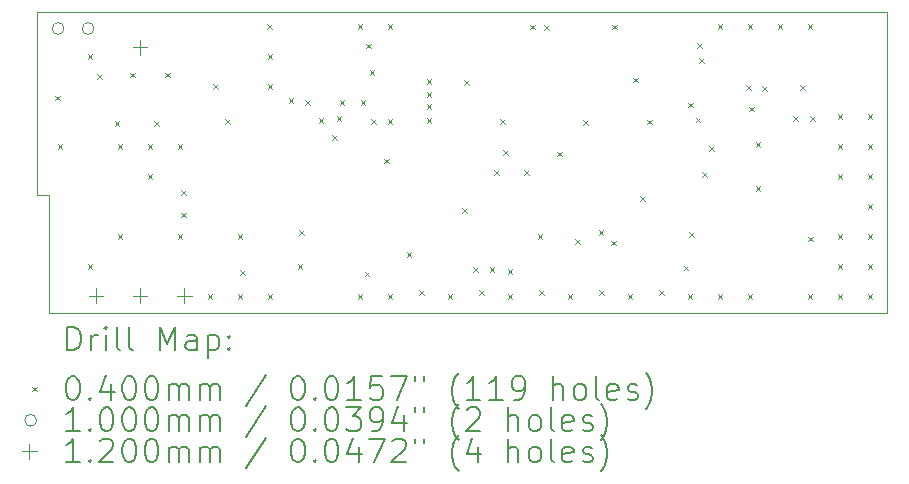
<source format=gbr>
%TF.GenerationSoftware,KiCad,Pcbnew,8.0.4*%
%TF.CreationDate,2024-09-18T13:26:58+01:00*%
%TF.ProjectId,BG95V4,42473935-5634-42e6-9b69-6361645f7063,rev?*%
%TF.SameCoordinates,Original*%
%TF.FileFunction,Drillmap*%
%TF.FilePolarity,Positive*%
%FSLAX45Y45*%
G04 Gerber Fmt 4.5, Leading zero omitted, Abs format (unit mm)*
G04 Created by KiCad (PCBNEW 8.0.4) date 2024-09-18 13:26:58*
%MOMM*%
%LPD*%
G01*
G04 APERTURE LIST*
%ADD10C,0.050000*%
%ADD11C,0.200000*%
%ADD12C,0.100000*%
%ADD13C,0.120000*%
G04 APERTURE END LIST*
D10*
X400000Y700000D02*
X400000Y-300000D01*
X7500000Y-300000D02*
X400000Y-300000D01*
X300000Y2250000D02*
X300000Y700000D01*
X7500000Y-300000D02*
X7500000Y2250000D01*
X300000Y700000D02*
X400000Y700000D01*
X7500000Y2250000D02*
X300000Y2250000D01*
D11*
D12*
X454980Y1541460D02*
X494980Y1501460D01*
X494980Y1541460D02*
X454980Y1501460D01*
X475300Y1134539D02*
X515300Y1094539D01*
X515300Y1134539D02*
X475300Y1094539D01*
X729300Y1896539D02*
X769300Y1856539D01*
X769300Y1896539D02*
X729300Y1856539D01*
X729300Y118539D02*
X769300Y78539D01*
X769300Y118539D02*
X729300Y78539D01*
X813120Y1724340D02*
X853120Y1684340D01*
X853120Y1724340D02*
X813120Y1684340D01*
X957900Y1325560D02*
X997900Y1285560D01*
X997900Y1325560D02*
X957900Y1285560D01*
X983300Y1134539D02*
X1023300Y1094539D01*
X1023300Y1134539D02*
X983300Y1094539D01*
X983300Y372539D02*
X1023300Y332539D01*
X1023300Y372539D02*
X983300Y332539D01*
X1089980Y1737040D02*
X1129980Y1697040D01*
X1129980Y1737040D02*
X1089980Y1697040D01*
X1237300Y1134539D02*
X1277300Y1094539D01*
X1277300Y1134539D02*
X1237300Y1094539D01*
X1237300Y880539D02*
X1277300Y840539D01*
X1277300Y880539D02*
X1237300Y840539D01*
X1290640Y1325560D02*
X1330640Y1285560D01*
X1330640Y1325560D02*
X1290640Y1285560D01*
X1384620Y1737040D02*
X1424620Y1697040D01*
X1424620Y1737040D02*
X1384620Y1697040D01*
X1491300Y1134539D02*
X1531300Y1094539D01*
X1531300Y1134539D02*
X1491300Y1094539D01*
X1491300Y372539D02*
X1531300Y332539D01*
X1531300Y372539D02*
X1491300Y332539D01*
X1519240Y743900D02*
X1559240Y703900D01*
X1559240Y743900D02*
X1519240Y703900D01*
X1521780Y550860D02*
X1561780Y510860D01*
X1561780Y550860D02*
X1521780Y510860D01*
X1745300Y-135461D02*
X1785300Y-175461D01*
X1785300Y-135461D02*
X1745300Y-175461D01*
X1793560Y1637980D02*
X1833560Y1597980D01*
X1833560Y1637980D02*
X1793560Y1597980D01*
X1892620Y1343340D02*
X1932620Y1303340D01*
X1932620Y1343340D02*
X1892620Y1303340D01*
X1999300Y372539D02*
X2039300Y332539D01*
X2039300Y372539D02*
X1999300Y332539D01*
X1999300Y-135461D02*
X2039300Y-175461D01*
X2039300Y-135461D02*
X1999300Y-175461D01*
X2020000Y67500D02*
X2060000Y27500D01*
X2060000Y67500D02*
X2020000Y27500D01*
X2250760Y2148520D02*
X2290760Y2108520D01*
X2290760Y2148520D02*
X2250760Y2108520D01*
X2253300Y1896539D02*
X2293300Y1856539D01*
X2293300Y1896539D02*
X2253300Y1856539D01*
X2253300Y1642539D02*
X2293300Y1602539D01*
X2293300Y1642539D02*
X2253300Y1602539D01*
X2253300Y-135461D02*
X2293300Y-175461D01*
X2293300Y-135461D02*
X2253300Y-175461D01*
X2431100Y1518600D02*
X2471100Y1478600D01*
X2471100Y1518600D02*
X2431100Y1478600D01*
X2507300Y118539D02*
X2547300Y78539D01*
X2547300Y118539D02*
X2507300Y78539D01*
X2520000Y401000D02*
X2560000Y361000D01*
X2560000Y401000D02*
X2520000Y361000D01*
X2570800Y1505900D02*
X2610800Y1465900D01*
X2610800Y1505900D02*
X2570800Y1465900D01*
X2685100Y1353500D02*
X2725100Y1313500D01*
X2725100Y1353500D02*
X2685100Y1313500D01*
X2800000Y1210000D02*
X2840000Y1170000D01*
X2840000Y1210000D02*
X2800000Y1170000D01*
X2837500Y1366200D02*
X2877500Y1326200D01*
X2877500Y1366200D02*
X2837500Y1326200D01*
X2862900Y1505900D02*
X2902900Y1465900D01*
X2902900Y1505900D02*
X2862900Y1465900D01*
X3015300Y2150539D02*
X3055300Y2110539D01*
X3055300Y2150539D02*
X3015300Y2110539D01*
X3015300Y-135461D02*
X3055300Y-175461D01*
X3055300Y-135461D02*
X3015300Y-175461D01*
X3040700Y1505900D02*
X3080700Y1465900D01*
X3080700Y1505900D02*
X3040700Y1465900D01*
X3076260Y53020D02*
X3116260Y13020D01*
X3116260Y53020D02*
X3076260Y13020D01*
X3088960Y1983420D02*
X3128960Y1943420D01*
X3128960Y1983420D02*
X3088960Y1943420D01*
X3116900Y1759900D02*
X3156900Y1719900D01*
X3156900Y1759900D02*
X3116900Y1719900D01*
X3129600Y1340800D02*
X3169600Y1300800D01*
X3169600Y1340800D02*
X3129600Y1300800D01*
X3238000Y1010000D02*
X3278000Y970000D01*
X3278000Y1010000D02*
X3238000Y970000D01*
X3269300Y2150539D02*
X3309300Y2110539D01*
X3309300Y2150539D02*
X3269300Y2110539D01*
X3269300Y1340800D02*
X3309300Y1300800D01*
X3309300Y1340800D02*
X3269300Y1300800D01*
X3269300Y-135461D02*
X3309300Y-175461D01*
X3309300Y-135461D02*
X3269300Y-175461D01*
X3431000Y216000D02*
X3471000Y176000D01*
X3471000Y216000D02*
X3431000Y176000D01*
X3536000Y-107000D02*
X3576000Y-147000D01*
X3576000Y-107000D02*
X3536000Y-147000D01*
X3599500Y1683700D02*
X3639500Y1643700D01*
X3639500Y1683700D02*
X3599500Y1643700D01*
X3599500Y1569400D02*
X3639500Y1529400D01*
X3639500Y1569400D02*
X3599500Y1529400D01*
X3599500Y1467800D02*
X3639500Y1427800D01*
X3639500Y1467800D02*
X3599500Y1427800D01*
X3599500Y1353500D02*
X3639500Y1313500D01*
X3639500Y1353500D02*
X3599500Y1313500D01*
X3777300Y-135461D02*
X3817300Y-175461D01*
X3817300Y-135461D02*
X3777300Y-175461D01*
X3900000Y590000D02*
X3940000Y550000D01*
X3940000Y590000D02*
X3900000Y550000D01*
X3917000Y1671000D02*
X3957000Y1631000D01*
X3957000Y1671000D02*
X3917000Y1631000D01*
X3993000Y92000D02*
X4033000Y52000D01*
X4033000Y92000D02*
X3993000Y52000D01*
X4044000Y-107000D02*
X4084000Y-147000D01*
X4084000Y-107000D02*
X4044000Y-147000D01*
X4134000Y91999D02*
X4174000Y51999D01*
X4174000Y91999D02*
X4134000Y51999D01*
X4171000Y909000D02*
X4211000Y869000D01*
X4211000Y909000D02*
X4171000Y869000D01*
X4220000Y1345000D02*
X4260000Y1305000D01*
X4260000Y1345000D02*
X4220000Y1305000D01*
X4247500Y1080000D02*
X4287500Y1040000D01*
X4287500Y1080000D02*
X4247500Y1040000D01*
X4285300Y-135461D02*
X4325300Y-175461D01*
X4325300Y-135461D02*
X4285300Y-175461D01*
X4287000Y73000D02*
X4327000Y33000D01*
X4327000Y73000D02*
X4287000Y33000D01*
X4425000Y909000D02*
X4465000Y869000D01*
X4465000Y909000D02*
X4425000Y869000D01*
X4478340Y2143440D02*
X4518340Y2103440D01*
X4518340Y2143440D02*
X4478340Y2103440D01*
X4539300Y372539D02*
X4579300Y332539D01*
X4579300Y372539D02*
X4539300Y332539D01*
X4552000Y-107000D02*
X4592000Y-147000D01*
X4592000Y-107000D02*
X4552000Y-147000D01*
X4595180Y2138360D02*
X4635180Y2098360D01*
X4635180Y2138360D02*
X4595180Y2098360D01*
X4703398Y1069102D02*
X4743398Y1029102D01*
X4743398Y1069102D02*
X4703398Y1029102D01*
X4793300Y-135461D02*
X4833300Y-175461D01*
X4833300Y-135461D02*
X4793300Y-175461D01*
X4856800Y324800D02*
X4896800Y284800D01*
X4896800Y324800D02*
X4856800Y284800D01*
X4923000Y1335000D02*
X4963000Y1295000D01*
X4963000Y1335000D02*
X4923000Y1295000D01*
X5057500Y405000D02*
X5097500Y365000D01*
X5097500Y405000D02*
X5057500Y365000D01*
X5060000Y-107000D02*
X5100000Y-147000D01*
X5100000Y-107000D02*
X5060000Y-147000D01*
X5160000Y315000D02*
X5200000Y275000D01*
X5200000Y315000D02*
X5160000Y275000D01*
X5171760Y2143440D02*
X5211760Y2103440D01*
X5211760Y2143440D02*
X5171760Y2103440D01*
X5301300Y-135461D02*
X5341300Y-175461D01*
X5341300Y-135461D02*
X5301300Y-175461D01*
X5349560Y1693860D02*
X5389560Y1653860D01*
X5389560Y1693860D02*
X5349560Y1653860D01*
X5405000Y694000D02*
X5445000Y654000D01*
X5445000Y694000D02*
X5405000Y654000D01*
X5468940Y1338260D02*
X5508940Y1298260D01*
X5508940Y1338260D02*
X5468940Y1298260D01*
X5568000Y-107000D02*
X5608000Y-147000D01*
X5608000Y-107000D02*
X5568000Y-147000D01*
X5776000Y103000D02*
X5816000Y63000D01*
X5816000Y103000D02*
X5776000Y63000D01*
X5809300Y-135461D02*
X5849300Y-175461D01*
X5849300Y-135461D02*
X5809300Y-175461D01*
X5815000Y1482500D02*
X5855000Y1442500D01*
X5855000Y1482500D02*
X5815000Y1442500D01*
X5823229Y384421D02*
X5863229Y344421D01*
X5863229Y384421D02*
X5823229Y344421D01*
X5877500Y1355000D02*
X5917500Y1315000D01*
X5917500Y1355000D02*
X5877500Y1315000D01*
X5892550Y1985960D02*
X5932550Y1945960D01*
X5932550Y1985960D02*
X5892550Y1945960D01*
X5908360Y1858960D02*
X5948360Y1818960D01*
X5948360Y1858960D02*
X5908360Y1818960D01*
X5931220Y896300D02*
X5971220Y856300D01*
X5971220Y896300D02*
X5931220Y856300D01*
X5994720Y1114740D02*
X6034720Y1074740D01*
X6034720Y1114740D02*
X5994720Y1074740D01*
X6063300Y2150539D02*
X6103300Y2110539D01*
X6103300Y2150539D02*
X6063300Y2110539D01*
X6063300Y-135461D02*
X6103300Y-175461D01*
X6103300Y-135461D02*
X6063300Y-175461D01*
X6307500Y1632500D02*
X6347500Y1592500D01*
X6347500Y1632500D02*
X6307500Y1592500D01*
X6317300Y2150539D02*
X6357300Y2110539D01*
X6357300Y2150539D02*
X6317300Y2110539D01*
X6317300Y-135461D02*
X6357300Y-175461D01*
X6357300Y-135461D02*
X6317300Y-175461D01*
X6332500Y1450000D02*
X6372500Y1410000D01*
X6372500Y1450000D02*
X6332500Y1410000D01*
X6385000Y1147500D02*
X6425000Y1107500D01*
X6425000Y1147500D02*
X6385000Y1107500D01*
X6385000Y775000D02*
X6425000Y735000D01*
X6425000Y775000D02*
X6385000Y735000D01*
X6442500Y1622500D02*
X6482500Y1582500D01*
X6482500Y1622500D02*
X6442500Y1582500D01*
X6571300Y2150539D02*
X6611300Y2110539D01*
X6611300Y2150539D02*
X6571300Y2110539D01*
X6705000Y1370000D02*
X6745000Y1330000D01*
X6745000Y1370000D02*
X6705000Y1330000D01*
X6762500Y1630000D02*
X6802500Y1590000D01*
X6802500Y1630000D02*
X6762500Y1590000D01*
X6825300Y2150539D02*
X6865300Y2110539D01*
X6865300Y2150539D02*
X6825300Y2110539D01*
X6825300Y-135461D02*
X6865300Y-175461D01*
X6865300Y-135461D02*
X6825300Y-175461D01*
X6830000Y347500D02*
X6870000Y307500D01*
X6870000Y347500D02*
X6830000Y307500D01*
X6847500Y1370000D02*
X6887500Y1330000D01*
X6887500Y1370000D02*
X6847500Y1330000D01*
X7079300Y1388539D02*
X7119300Y1348539D01*
X7119300Y1388539D02*
X7079300Y1348539D01*
X7079300Y1134539D02*
X7119300Y1094539D01*
X7119300Y1134539D02*
X7079300Y1094539D01*
X7079300Y880539D02*
X7119300Y840539D01*
X7119300Y880539D02*
X7079300Y840539D01*
X7079300Y372539D02*
X7119300Y332539D01*
X7119300Y372539D02*
X7079300Y332539D01*
X7079300Y118539D02*
X7119300Y78539D01*
X7119300Y118539D02*
X7079300Y78539D01*
X7079300Y-135461D02*
X7119300Y-175461D01*
X7119300Y-135461D02*
X7079300Y-175461D01*
X7333300Y1388539D02*
X7373300Y1348539D01*
X7373300Y1388539D02*
X7333300Y1348539D01*
X7333300Y1134539D02*
X7373300Y1094539D01*
X7373300Y1134539D02*
X7333300Y1094539D01*
X7333300Y880539D02*
X7373300Y840539D01*
X7373300Y880539D02*
X7333300Y840539D01*
X7333300Y626539D02*
X7373300Y586539D01*
X7373300Y626539D02*
X7333300Y586539D01*
X7333300Y372539D02*
X7373300Y332539D01*
X7373300Y372539D02*
X7333300Y332539D01*
X7333300Y118539D02*
X7373300Y78539D01*
X7373300Y118539D02*
X7333300Y78539D01*
X7333300Y-135461D02*
X7373300Y-175461D01*
X7373300Y-135461D02*
X7333300Y-175461D01*
X530000Y2110000D02*
G75*
G02*
X430000Y2110000I-50000J0D01*
G01*
X430000Y2110000D02*
G75*
G02*
X530000Y2110000I50000J0D01*
G01*
X784000Y2110000D02*
G75*
G02*
X684000Y2110000I-50000J0D01*
G01*
X684000Y2110000D02*
G75*
G02*
X784000Y2110000I50000J0D01*
G01*
D13*
X800000Y-90000D02*
X800000Y-210000D01*
X740000Y-150000D02*
X860000Y-150000D01*
X1175000Y2010000D02*
X1175000Y1890000D01*
X1115000Y1950000D02*
X1235000Y1950000D01*
X1175000Y-90000D02*
X1175000Y-210000D01*
X1115000Y-150000D02*
X1235000Y-150000D01*
X1550000Y-90000D02*
X1550000Y-210000D01*
X1490000Y-150000D02*
X1610000Y-150000D01*
D11*
X558277Y-613984D02*
X558277Y-413984D01*
X558277Y-413984D02*
X605896Y-413984D01*
X605896Y-413984D02*
X634467Y-423508D01*
X634467Y-423508D02*
X653515Y-442555D01*
X653515Y-442555D02*
X663039Y-461603D01*
X663039Y-461603D02*
X672563Y-499698D01*
X672563Y-499698D02*
X672563Y-528270D01*
X672563Y-528270D02*
X663039Y-566365D01*
X663039Y-566365D02*
X653515Y-585412D01*
X653515Y-585412D02*
X634467Y-604460D01*
X634467Y-604460D02*
X605896Y-613984D01*
X605896Y-613984D02*
X558277Y-613984D01*
X758277Y-613984D02*
X758277Y-480650D01*
X758277Y-518746D02*
X767801Y-499698D01*
X767801Y-499698D02*
X777324Y-490174D01*
X777324Y-490174D02*
X796372Y-480650D01*
X796372Y-480650D02*
X815420Y-480650D01*
X882086Y-613984D02*
X882086Y-480650D01*
X882086Y-413984D02*
X872562Y-423508D01*
X872562Y-423508D02*
X882086Y-433031D01*
X882086Y-433031D02*
X891610Y-423508D01*
X891610Y-423508D02*
X882086Y-413984D01*
X882086Y-413984D02*
X882086Y-433031D01*
X1005896Y-613984D02*
X986848Y-604460D01*
X986848Y-604460D02*
X977324Y-585412D01*
X977324Y-585412D02*
X977324Y-413984D01*
X1110658Y-613984D02*
X1091610Y-604460D01*
X1091610Y-604460D02*
X1082086Y-585412D01*
X1082086Y-585412D02*
X1082086Y-413984D01*
X1339229Y-613984D02*
X1339229Y-413984D01*
X1339229Y-413984D02*
X1405896Y-556841D01*
X1405896Y-556841D02*
X1472562Y-413984D01*
X1472562Y-413984D02*
X1472562Y-613984D01*
X1653515Y-613984D02*
X1653515Y-509222D01*
X1653515Y-509222D02*
X1643991Y-490174D01*
X1643991Y-490174D02*
X1624943Y-480650D01*
X1624943Y-480650D02*
X1586848Y-480650D01*
X1586848Y-480650D02*
X1567801Y-490174D01*
X1653515Y-604460D02*
X1634467Y-613984D01*
X1634467Y-613984D02*
X1586848Y-613984D01*
X1586848Y-613984D02*
X1567801Y-604460D01*
X1567801Y-604460D02*
X1558277Y-585412D01*
X1558277Y-585412D02*
X1558277Y-566365D01*
X1558277Y-566365D02*
X1567801Y-547317D01*
X1567801Y-547317D02*
X1586848Y-537793D01*
X1586848Y-537793D02*
X1634467Y-537793D01*
X1634467Y-537793D02*
X1653515Y-528270D01*
X1748753Y-480650D02*
X1748753Y-680650D01*
X1748753Y-490174D02*
X1767801Y-480650D01*
X1767801Y-480650D02*
X1805896Y-480650D01*
X1805896Y-480650D02*
X1824943Y-490174D01*
X1824943Y-490174D02*
X1834467Y-499698D01*
X1834467Y-499698D02*
X1843991Y-518746D01*
X1843991Y-518746D02*
X1843991Y-575889D01*
X1843991Y-575889D02*
X1834467Y-594936D01*
X1834467Y-594936D02*
X1824943Y-604460D01*
X1824943Y-604460D02*
X1805896Y-613984D01*
X1805896Y-613984D02*
X1767801Y-613984D01*
X1767801Y-613984D02*
X1748753Y-604460D01*
X1929705Y-594936D02*
X1939229Y-604460D01*
X1939229Y-604460D02*
X1929705Y-613984D01*
X1929705Y-613984D02*
X1920182Y-604460D01*
X1920182Y-604460D02*
X1929705Y-594936D01*
X1929705Y-594936D02*
X1929705Y-613984D01*
X1929705Y-490174D02*
X1939229Y-499698D01*
X1939229Y-499698D02*
X1929705Y-509222D01*
X1929705Y-509222D02*
X1920182Y-499698D01*
X1920182Y-499698D02*
X1929705Y-490174D01*
X1929705Y-490174D02*
X1929705Y-509222D01*
D12*
X257500Y-922500D02*
X297500Y-962500D01*
X297500Y-922500D02*
X257500Y-962500D01*
D11*
X596372Y-833984D02*
X615420Y-833984D01*
X615420Y-833984D02*
X634467Y-843508D01*
X634467Y-843508D02*
X643991Y-853031D01*
X643991Y-853031D02*
X653515Y-872079D01*
X653515Y-872079D02*
X663039Y-910174D01*
X663039Y-910174D02*
X663039Y-957793D01*
X663039Y-957793D02*
X653515Y-995888D01*
X653515Y-995888D02*
X643991Y-1014936D01*
X643991Y-1014936D02*
X634467Y-1024460D01*
X634467Y-1024460D02*
X615420Y-1033984D01*
X615420Y-1033984D02*
X596372Y-1033984D01*
X596372Y-1033984D02*
X577324Y-1024460D01*
X577324Y-1024460D02*
X567801Y-1014936D01*
X567801Y-1014936D02*
X558277Y-995888D01*
X558277Y-995888D02*
X548753Y-957793D01*
X548753Y-957793D02*
X548753Y-910174D01*
X548753Y-910174D02*
X558277Y-872079D01*
X558277Y-872079D02*
X567801Y-853031D01*
X567801Y-853031D02*
X577324Y-843508D01*
X577324Y-843508D02*
X596372Y-833984D01*
X748753Y-1014936D02*
X758277Y-1024460D01*
X758277Y-1024460D02*
X748753Y-1033984D01*
X748753Y-1033984D02*
X739229Y-1024460D01*
X739229Y-1024460D02*
X748753Y-1014936D01*
X748753Y-1014936D02*
X748753Y-1033984D01*
X929705Y-900650D02*
X929705Y-1033984D01*
X882086Y-824460D02*
X834467Y-967317D01*
X834467Y-967317D02*
X958277Y-967317D01*
X1072563Y-833984D02*
X1091610Y-833984D01*
X1091610Y-833984D02*
X1110658Y-843508D01*
X1110658Y-843508D02*
X1120182Y-853031D01*
X1120182Y-853031D02*
X1129705Y-872079D01*
X1129705Y-872079D02*
X1139229Y-910174D01*
X1139229Y-910174D02*
X1139229Y-957793D01*
X1139229Y-957793D02*
X1129705Y-995888D01*
X1129705Y-995888D02*
X1120182Y-1014936D01*
X1120182Y-1014936D02*
X1110658Y-1024460D01*
X1110658Y-1024460D02*
X1091610Y-1033984D01*
X1091610Y-1033984D02*
X1072563Y-1033984D01*
X1072563Y-1033984D02*
X1053515Y-1024460D01*
X1053515Y-1024460D02*
X1043991Y-1014936D01*
X1043991Y-1014936D02*
X1034467Y-995888D01*
X1034467Y-995888D02*
X1024943Y-957793D01*
X1024943Y-957793D02*
X1024943Y-910174D01*
X1024943Y-910174D02*
X1034467Y-872079D01*
X1034467Y-872079D02*
X1043991Y-853031D01*
X1043991Y-853031D02*
X1053515Y-843508D01*
X1053515Y-843508D02*
X1072563Y-833984D01*
X1263039Y-833984D02*
X1282086Y-833984D01*
X1282086Y-833984D02*
X1301134Y-843508D01*
X1301134Y-843508D02*
X1310658Y-853031D01*
X1310658Y-853031D02*
X1320182Y-872079D01*
X1320182Y-872079D02*
X1329705Y-910174D01*
X1329705Y-910174D02*
X1329705Y-957793D01*
X1329705Y-957793D02*
X1320182Y-995888D01*
X1320182Y-995888D02*
X1310658Y-1014936D01*
X1310658Y-1014936D02*
X1301134Y-1024460D01*
X1301134Y-1024460D02*
X1282086Y-1033984D01*
X1282086Y-1033984D02*
X1263039Y-1033984D01*
X1263039Y-1033984D02*
X1243991Y-1024460D01*
X1243991Y-1024460D02*
X1234467Y-1014936D01*
X1234467Y-1014936D02*
X1224944Y-995888D01*
X1224944Y-995888D02*
X1215420Y-957793D01*
X1215420Y-957793D02*
X1215420Y-910174D01*
X1215420Y-910174D02*
X1224944Y-872079D01*
X1224944Y-872079D02*
X1234467Y-853031D01*
X1234467Y-853031D02*
X1243991Y-843508D01*
X1243991Y-843508D02*
X1263039Y-833984D01*
X1415420Y-1033984D02*
X1415420Y-900650D01*
X1415420Y-919698D02*
X1424943Y-910174D01*
X1424943Y-910174D02*
X1443991Y-900650D01*
X1443991Y-900650D02*
X1472563Y-900650D01*
X1472563Y-900650D02*
X1491610Y-910174D01*
X1491610Y-910174D02*
X1501134Y-929222D01*
X1501134Y-929222D02*
X1501134Y-1033984D01*
X1501134Y-929222D02*
X1510658Y-910174D01*
X1510658Y-910174D02*
X1529705Y-900650D01*
X1529705Y-900650D02*
X1558277Y-900650D01*
X1558277Y-900650D02*
X1577324Y-910174D01*
X1577324Y-910174D02*
X1586848Y-929222D01*
X1586848Y-929222D02*
X1586848Y-1033984D01*
X1682086Y-1033984D02*
X1682086Y-900650D01*
X1682086Y-919698D02*
X1691610Y-910174D01*
X1691610Y-910174D02*
X1710658Y-900650D01*
X1710658Y-900650D02*
X1739229Y-900650D01*
X1739229Y-900650D02*
X1758277Y-910174D01*
X1758277Y-910174D02*
X1767801Y-929222D01*
X1767801Y-929222D02*
X1767801Y-1033984D01*
X1767801Y-929222D02*
X1777324Y-910174D01*
X1777324Y-910174D02*
X1796372Y-900650D01*
X1796372Y-900650D02*
X1824943Y-900650D01*
X1824943Y-900650D02*
X1843991Y-910174D01*
X1843991Y-910174D02*
X1853515Y-929222D01*
X1853515Y-929222D02*
X1853515Y-1033984D01*
X2243991Y-824460D02*
X2072563Y-1081603D01*
X2501134Y-833984D02*
X2520182Y-833984D01*
X2520182Y-833984D02*
X2539229Y-843508D01*
X2539229Y-843508D02*
X2548753Y-853031D01*
X2548753Y-853031D02*
X2558277Y-872079D01*
X2558277Y-872079D02*
X2567801Y-910174D01*
X2567801Y-910174D02*
X2567801Y-957793D01*
X2567801Y-957793D02*
X2558277Y-995888D01*
X2558277Y-995888D02*
X2548753Y-1014936D01*
X2548753Y-1014936D02*
X2539229Y-1024460D01*
X2539229Y-1024460D02*
X2520182Y-1033984D01*
X2520182Y-1033984D02*
X2501134Y-1033984D01*
X2501134Y-1033984D02*
X2482087Y-1024460D01*
X2482087Y-1024460D02*
X2472563Y-1014936D01*
X2472563Y-1014936D02*
X2463039Y-995888D01*
X2463039Y-995888D02*
X2453515Y-957793D01*
X2453515Y-957793D02*
X2453515Y-910174D01*
X2453515Y-910174D02*
X2463039Y-872079D01*
X2463039Y-872079D02*
X2472563Y-853031D01*
X2472563Y-853031D02*
X2482087Y-843508D01*
X2482087Y-843508D02*
X2501134Y-833984D01*
X2653515Y-1014936D02*
X2663039Y-1024460D01*
X2663039Y-1024460D02*
X2653515Y-1033984D01*
X2653515Y-1033984D02*
X2643991Y-1024460D01*
X2643991Y-1024460D02*
X2653515Y-1014936D01*
X2653515Y-1014936D02*
X2653515Y-1033984D01*
X2786848Y-833984D02*
X2805896Y-833984D01*
X2805896Y-833984D02*
X2824944Y-843508D01*
X2824944Y-843508D02*
X2834467Y-853031D01*
X2834467Y-853031D02*
X2843991Y-872079D01*
X2843991Y-872079D02*
X2853515Y-910174D01*
X2853515Y-910174D02*
X2853515Y-957793D01*
X2853515Y-957793D02*
X2843991Y-995888D01*
X2843991Y-995888D02*
X2834467Y-1014936D01*
X2834467Y-1014936D02*
X2824944Y-1024460D01*
X2824944Y-1024460D02*
X2805896Y-1033984D01*
X2805896Y-1033984D02*
X2786848Y-1033984D01*
X2786848Y-1033984D02*
X2767801Y-1024460D01*
X2767801Y-1024460D02*
X2758277Y-1014936D01*
X2758277Y-1014936D02*
X2748753Y-995888D01*
X2748753Y-995888D02*
X2739229Y-957793D01*
X2739229Y-957793D02*
X2739229Y-910174D01*
X2739229Y-910174D02*
X2748753Y-872079D01*
X2748753Y-872079D02*
X2758277Y-853031D01*
X2758277Y-853031D02*
X2767801Y-843508D01*
X2767801Y-843508D02*
X2786848Y-833984D01*
X3043991Y-1033984D02*
X2929706Y-1033984D01*
X2986848Y-1033984D02*
X2986848Y-833984D01*
X2986848Y-833984D02*
X2967801Y-862555D01*
X2967801Y-862555D02*
X2948753Y-881603D01*
X2948753Y-881603D02*
X2929706Y-891127D01*
X3224944Y-833984D02*
X3129706Y-833984D01*
X3129706Y-833984D02*
X3120182Y-929222D01*
X3120182Y-929222D02*
X3129706Y-919698D01*
X3129706Y-919698D02*
X3148753Y-910174D01*
X3148753Y-910174D02*
X3196372Y-910174D01*
X3196372Y-910174D02*
X3215420Y-919698D01*
X3215420Y-919698D02*
X3224944Y-929222D01*
X3224944Y-929222D02*
X3234467Y-948269D01*
X3234467Y-948269D02*
X3234467Y-995888D01*
X3234467Y-995888D02*
X3224944Y-1014936D01*
X3224944Y-1014936D02*
X3215420Y-1024460D01*
X3215420Y-1024460D02*
X3196372Y-1033984D01*
X3196372Y-1033984D02*
X3148753Y-1033984D01*
X3148753Y-1033984D02*
X3129706Y-1024460D01*
X3129706Y-1024460D02*
X3120182Y-1014936D01*
X3301134Y-833984D02*
X3434467Y-833984D01*
X3434467Y-833984D02*
X3348753Y-1033984D01*
X3501134Y-833984D02*
X3501134Y-872079D01*
X3577325Y-833984D02*
X3577325Y-872079D01*
X3872563Y-1110174D02*
X3863039Y-1100650D01*
X3863039Y-1100650D02*
X3843991Y-1072079D01*
X3843991Y-1072079D02*
X3834468Y-1053031D01*
X3834468Y-1053031D02*
X3824944Y-1024460D01*
X3824944Y-1024460D02*
X3815420Y-976841D01*
X3815420Y-976841D02*
X3815420Y-938746D01*
X3815420Y-938746D02*
X3824944Y-891127D01*
X3824944Y-891127D02*
X3834468Y-862555D01*
X3834468Y-862555D02*
X3843991Y-843508D01*
X3843991Y-843508D02*
X3863039Y-814936D01*
X3863039Y-814936D02*
X3872563Y-805412D01*
X4053515Y-1033984D02*
X3939229Y-1033984D01*
X3996372Y-1033984D02*
X3996372Y-833984D01*
X3996372Y-833984D02*
X3977325Y-862555D01*
X3977325Y-862555D02*
X3958277Y-881603D01*
X3958277Y-881603D02*
X3939229Y-891127D01*
X4243991Y-1033984D02*
X4129706Y-1033984D01*
X4186848Y-1033984D02*
X4186848Y-833984D01*
X4186848Y-833984D02*
X4167801Y-862555D01*
X4167801Y-862555D02*
X4148753Y-881603D01*
X4148753Y-881603D02*
X4129706Y-891127D01*
X4339230Y-1033984D02*
X4377325Y-1033984D01*
X4377325Y-1033984D02*
X4396372Y-1024460D01*
X4396372Y-1024460D02*
X4405896Y-1014936D01*
X4405896Y-1014936D02*
X4424944Y-986365D01*
X4424944Y-986365D02*
X4434468Y-948269D01*
X4434468Y-948269D02*
X4434468Y-872079D01*
X4434468Y-872079D02*
X4424944Y-853031D01*
X4424944Y-853031D02*
X4415420Y-843508D01*
X4415420Y-843508D02*
X4396372Y-833984D01*
X4396372Y-833984D02*
X4358277Y-833984D01*
X4358277Y-833984D02*
X4339230Y-843508D01*
X4339230Y-843508D02*
X4329706Y-853031D01*
X4329706Y-853031D02*
X4320182Y-872079D01*
X4320182Y-872079D02*
X4320182Y-919698D01*
X4320182Y-919698D02*
X4329706Y-938746D01*
X4329706Y-938746D02*
X4339230Y-948269D01*
X4339230Y-948269D02*
X4358277Y-957793D01*
X4358277Y-957793D02*
X4396372Y-957793D01*
X4396372Y-957793D02*
X4415420Y-948269D01*
X4415420Y-948269D02*
X4424944Y-938746D01*
X4424944Y-938746D02*
X4434468Y-919698D01*
X4672563Y-1033984D02*
X4672563Y-833984D01*
X4758277Y-1033984D02*
X4758277Y-929222D01*
X4758277Y-929222D02*
X4748753Y-910174D01*
X4748753Y-910174D02*
X4729706Y-900650D01*
X4729706Y-900650D02*
X4701134Y-900650D01*
X4701134Y-900650D02*
X4682087Y-910174D01*
X4682087Y-910174D02*
X4672563Y-919698D01*
X4882087Y-1033984D02*
X4863039Y-1024460D01*
X4863039Y-1024460D02*
X4853515Y-1014936D01*
X4853515Y-1014936D02*
X4843992Y-995888D01*
X4843992Y-995888D02*
X4843992Y-938746D01*
X4843992Y-938746D02*
X4853515Y-919698D01*
X4853515Y-919698D02*
X4863039Y-910174D01*
X4863039Y-910174D02*
X4882087Y-900650D01*
X4882087Y-900650D02*
X4910658Y-900650D01*
X4910658Y-900650D02*
X4929706Y-910174D01*
X4929706Y-910174D02*
X4939230Y-919698D01*
X4939230Y-919698D02*
X4948753Y-938746D01*
X4948753Y-938746D02*
X4948753Y-995888D01*
X4948753Y-995888D02*
X4939230Y-1014936D01*
X4939230Y-1014936D02*
X4929706Y-1024460D01*
X4929706Y-1024460D02*
X4910658Y-1033984D01*
X4910658Y-1033984D02*
X4882087Y-1033984D01*
X5063039Y-1033984D02*
X5043992Y-1024460D01*
X5043992Y-1024460D02*
X5034468Y-1005412D01*
X5034468Y-1005412D02*
X5034468Y-833984D01*
X5215420Y-1024460D02*
X5196373Y-1033984D01*
X5196373Y-1033984D02*
X5158277Y-1033984D01*
X5158277Y-1033984D02*
X5139230Y-1024460D01*
X5139230Y-1024460D02*
X5129706Y-1005412D01*
X5129706Y-1005412D02*
X5129706Y-929222D01*
X5129706Y-929222D02*
X5139230Y-910174D01*
X5139230Y-910174D02*
X5158277Y-900650D01*
X5158277Y-900650D02*
X5196373Y-900650D01*
X5196373Y-900650D02*
X5215420Y-910174D01*
X5215420Y-910174D02*
X5224944Y-929222D01*
X5224944Y-929222D02*
X5224944Y-948269D01*
X5224944Y-948269D02*
X5129706Y-967317D01*
X5301134Y-1024460D02*
X5320182Y-1033984D01*
X5320182Y-1033984D02*
X5358277Y-1033984D01*
X5358277Y-1033984D02*
X5377325Y-1024460D01*
X5377325Y-1024460D02*
X5386849Y-1005412D01*
X5386849Y-1005412D02*
X5386849Y-995888D01*
X5386849Y-995888D02*
X5377325Y-976841D01*
X5377325Y-976841D02*
X5358277Y-967317D01*
X5358277Y-967317D02*
X5329706Y-967317D01*
X5329706Y-967317D02*
X5310658Y-957793D01*
X5310658Y-957793D02*
X5301134Y-938746D01*
X5301134Y-938746D02*
X5301134Y-929222D01*
X5301134Y-929222D02*
X5310658Y-910174D01*
X5310658Y-910174D02*
X5329706Y-900650D01*
X5329706Y-900650D02*
X5358277Y-900650D01*
X5358277Y-900650D02*
X5377325Y-910174D01*
X5453515Y-1110174D02*
X5463039Y-1100650D01*
X5463039Y-1100650D02*
X5482087Y-1072079D01*
X5482087Y-1072079D02*
X5491611Y-1053031D01*
X5491611Y-1053031D02*
X5501134Y-1024460D01*
X5501134Y-1024460D02*
X5510658Y-976841D01*
X5510658Y-976841D02*
X5510658Y-938746D01*
X5510658Y-938746D02*
X5501134Y-891127D01*
X5501134Y-891127D02*
X5491611Y-862555D01*
X5491611Y-862555D02*
X5482087Y-843508D01*
X5482087Y-843508D02*
X5463039Y-814936D01*
X5463039Y-814936D02*
X5453515Y-805412D01*
D12*
X297500Y-1206500D02*
G75*
G02*
X197500Y-1206500I-50000J0D01*
G01*
X197500Y-1206500D02*
G75*
G02*
X297500Y-1206500I50000J0D01*
G01*
D11*
X663039Y-1297984D02*
X548753Y-1297984D01*
X605896Y-1297984D02*
X605896Y-1097984D01*
X605896Y-1097984D02*
X586848Y-1126555D01*
X586848Y-1126555D02*
X567801Y-1145603D01*
X567801Y-1145603D02*
X548753Y-1155127D01*
X748753Y-1278936D02*
X758277Y-1288460D01*
X758277Y-1288460D02*
X748753Y-1297984D01*
X748753Y-1297984D02*
X739229Y-1288460D01*
X739229Y-1288460D02*
X748753Y-1278936D01*
X748753Y-1278936D02*
X748753Y-1297984D01*
X882086Y-1097984D02*
X901134Y-1097984D01*
X901134Y-1097984D02*
X920182Y-1107508D01*
X920182Y-1107508D02*
X929705Y-1117031D01*
X929705Y-1117031D02*
X939229Y-1136079D01*
X939229Y-1136079D02*
X948753Y-1174174D01*
X948753Y-1174174D02*
X948753Y-1221793D01*
X948753Y-1221793D02*
X939229Y-1259889D01*
X939229Y-1259889D02*
X929705Y-1278936D01*
X929705Y-1278936D02*
X920182Y-1288460D01*
X920182Y-1288460D02*
X901134Y-1297984D01*
X901134Y-1297984D02*
X882086Y-1297984D01*
X882086Y-1297984D02*
X863039Y-1288460D01*
X863039Y-1288460D02*
X853515Y-1278936D01*
X853515Y-1278936D02*
X843991Y-1259889D01*
X843991Y-1259889D02*
X834467Y-1221793D01*
X834467Y-1221793D02*
X834467Y-1174174D01*
X834467Y-1174174D02*
X843991Y-1136079D01*
X843991Y-1136079D02*
X853515Y-1117031D01*
X853515Y-1117031D02*
X863039Y-1107508D01*
X863039Y-1107508D02*
X882086Y-1097984D01*
X1072563Y-1097984D02*
X1091610Y-1097984D01*
X1091610Y-1097984D02*
X1110658Y-1107508D01*
X1110658Y-1107508D02*
X1120182Y-1117031D01*
X1120182Y-1117031D02*
X1129705Y-1136079D01*
X1129705Y-1136079D02*
X1139229Y-1174174D01*
X1139229Y-1174174D02*
X1139229Y-1221793D01*
X1139229Y-1221793D02*
X1129705Y-1259889D01*
X1129705Y-1259889D02*
X1120182Y-1278936D01*
X1120182Y-1278936D02*
X1110658Y-1288460D01*
X1110658Y-1288460D02*
X1091610Y-1297984D01*
X1091610Y-1297984D02*
X1072563Y-1297984D01*
X1072563Y-1297984D02*
X1053515Y-1288460D01*
X1053515Y-1288460D02*
X1043991Y-1278936D01*
X1043991Y-1278936D02*
X1034467Y-1259889D01*
X1034467Y-1259889D02*
X1024943Y-1221793D01*
X1024943Y-1221793D02*
X1024943Y-1174174D01*
X1024943Y-1174174D02*
X1034467Y-1136079D01*
X1034467Y-1136079D02*
X1043991Y-1117031D01*
X1043991Y-1117031D02*
X1053515Y-1107508D01*
X1053515Y-1107508D02*
X1072563Y-1097984D01*
X1263039Y-1097984D02*
X1282086Y-1097984D01*
X1282086Y-1097984D02*
X1301134Y-1107508D01*
X1301134Y-1107508D02*
X1310658Y-1117031D01*
X1310658Y-1117031D02*
X1320182Y-1136079D01*
X1320182Y-1136079D02*
X1329705Y-1174174D01*
X1329705Y-1174174D02*
X1329705Y-1221793D01*
X1329705Y-1221793D02*
X1320182Y-1259889D01*
X1320182Y-1259889D02*
X1310658Y-1278936D01*
X1310658Y-1278936D02*
X1301134Y-1288460D01*
X1301134Y-1288460D02*
X1282086Y-1297984D01*
X1282086Y-1297984D02*
X1263039Y-1297984D01*
X1263039Y-1297984D02*
X1243991Y-1288460D01*
X1243991Y-1288460D02*
X1234467Y-1278936D01*
X1234467Y-1278936D02*
X1224944Y-1259889D01*
X1224944Y-1259889D02*
X1215420Y-1221793D01*
X1215420Y-1221793D02*
X1215420Y-1174174D01*
X1215420Y-1174174D02*
X1224944Y-1136079D01*
X1224944Y-1136079D02*
X1234467Y-1117031D01*
X1234467Y-1117031D02*
X1243991Y-1107508D01*
X1243991Y-1107508D02*
X1263039Y-1097984D01*
X1415420Y-1297984D02*
X1415420Y-1164650D01*
X1415420Y-1183698D02*
X1424943Y-1174174D01*
X1424943Y-1174174D02*
X1443991Y-1164650D01*
X1443991Y-1164650D02*
X1472563Y-1164650D01*
X1472563Y-1164650D02*
X1491610Y-1174174D01*
X1491610Y-1174174D02*
X1501134Y-1193222D01*
X1501134Y-1193222D02*
X1501134Y-1297984D01*
X1501134Y-1193222D02*
X1510658Y-1174174D01*
X1510658Y-1174174D02*
X1529705Y-1164650D01*
X1529705Y-1164650D02*
X1558277Y-1164650D01*
X1558277Y-1164650D02*
X1577324Y-1174174D01*
X1577324Y-1174174D02*
X1586848Y-1193222D01*
X1586848Y-1193222D02*
X1586848Y-1297984D01*
X1682086Y-1297984D02*
X1682086Y-1164650D01*
X1682086Y-1183698D02*
X1691610Y-1174174D01*
X1691610Y-1174174D02*
X1710658Y-1164650D01*
X1710658Y-1164650D02*
X1739229Y-1164650D01*
X1739229Y-1164650D02*
X1758277Y-1174174D01*
X1758277Y-1174174D02*
X1767801Y-1193222D01*
X1767801Y-1193222D02*
X1767801Y-1297984D01*
X1767801Y-1193222D02*
X1777324Y-1174174D01*
X1777324Y-1174174D02*
X1796372Y-1164650D01*
X1796372Y-1164650D02*
X1824943Y-1164650D01*
X1824943Y-1164650D02*
X1843991Y-1174174D01*
X1843991Y-1174174D02*
X1853515Y-1193222D01*
X1853515Y-1193222D02*
X1853515Y-1297984D01*
X2243991Y-1088460D02*
X2072563Y-1345603D01*
X2501134Y-1097984D02*
X2520182Y-1097984D01*
X2520182Y-1097984D02*
X2539229Y-1107508D01*
X2539229Y-1107508D02*
X2548753Y-1117031D01*
X2548753Y-1117031D02*
X2558277Y-1136079D01*
X2558277Y-1136079D02*
X2567801Y-1174174D01*
X2567801Y-1174174D02*
X2567801Y-1221793D01*
X2567801Y-1221793D02*
X2558277Y-1259889D01*
X2558277Y-1259889D02*
X2548753Y-1278936D01*
X2548753Y-1278936D02*
X2539229Y-1288460D01*
X2539229Y-1288460D02*
X2520182Y-1297984D01*
X2520182Y-1297984D02*
X2501134Y-1297984D01*
X2501134Y-1297984D02*
X2482087Y-1288460D01*
X2482087Y-1288460D02*
X2472563Y-1278936D01*
X2472563Y-1278936D02*
X2463039Y-1259889D01*
X2463039Y-1259889D02*
X2453515Y-1221793D01*
X2453515Y-1221793D02*
X2453515Y-1174174D01*
X2453515Y-1174174D02*
X2463039Y-1136079D01*
X2463039Y-1136079D02*
X2472563Y-1117031D01*
X2472563Y-1117031D02*
X2482087Y-1107508D01*
X2482087Y-1107508D02*
X2501134Y-1097984D01*
X2653515Y-1278936D02*
X2663039Y-1288460D01*
X2663039Y-1288460D02*
X2653515Y-1297984D01*
X2653515Y-1297984D02*
X2643991Y-1288460D01*
X2643991Y-1288460D02*
X2653515Y-1278936D01*
X2653515Y-1278936D02*
X2653515Y-1297984D01*
X2786848Y-1097984D02*
X2805896Y-1097984D01*
X2805896Y-1097984D02*
X2824944Y-1107508D01*
X2824944Y-1107508D02*
X2834467Y-1117031D01*
X2834467Y-1117031D02*
X2843991Y-1136079D01*
X2843991Y-1136079D02*
X2853515Y-1174174D01*
X2853515Y-1174174D02*
X2853515Y-1221793D01*
X2853515Y-1221793D02*
X2843991Y-1259889D01*
X2843991Y-1259889D02*
X2834467Y-1278936D01*
X2834467Y-1278936D02*
X2824944Y-1288460D01*
X2824944Y-1288460D02*
X2805896Y-1297984D01*
X2805896Y-1297984D02*
X2786848Y-1297984D01*
X2786848Y-1297984D02*
X2767801Y-1288460D01*
X2767801Y-1288460D02*
X2758277Y-1278936D01*
X2758277Y-1278936D02*
X2748753Y-1259889D01*
X2748753Y-1259889D02*
X2739229Y-1221793D01*
X2739229Y-1221793D02*
X2739229Y-1174174D01*
X2739229Y-1174174D02*
X2748753Y-1136079D01*
X2748753Y-1136079D02*
X2758277Y-1117031D01*
X2758277Y-1117031D02*
X2767801Y-1107508D01*
X2767801Y-1107508D02*
X2786848Y-1097984D01*
X2920182Y-1097984D02*
X3043991Y-1097984D01*
X3043991Y-1097984D02*
X2977325Y-1174174D01*
X2977325Y-1174174D02*
X3005896Y-1174174D01*
X3005896Y-1174174D02*
X3024944Y-1183698D01*
X3024944Y-1183698D02*
X3034467Y-1193222D01*
X3034467Y-1193222D02*
X3043991Y-1212270D01*
X3043991Y-1212270D02*
X3043991Y-1259889D01*
X3043991Y-1259889D02*
X3034467Y-1278936D01*
X3034467Y-1278936D02*
X3024944Y-1288460D01*
X3024944Y-1288460D02*
X3005896Y-1297984D01*
X3005896Y-1297984D02*
X2948753Y-1297984D01*
X2948753Y-1297984D02*
X2929706Y-1288460D01*
X2929706Y-1288460D02*
X2920182Y-1278936D01*
X3139229Y-1297984D02*
X3177325Y-1297984D01*
X3177325Y-1297984D02*
X3196372Y-1288460D01*
X3196372Y-1288460D02*
X3205896Y-1278936D01*
X3205896Y-1278936D02*
X3224944Y-1250365D01*
X3224944Y-1250365D02*
X3234467Y-1212270D01*
X3234467Y-1212270D02*
X3234467Y-1136079D01*
X3234467Y-1136079D02*
X3224944Y-1117031D01*
X3224944Y-1117031D02*
X3215420Y-1107508D01*
X3215420Y-1107508D02*
X3196372Y-1097984D01*
X3196372Y-1097984D02*
X3158277Y-1097984D01*
X3158277Y-1097984D02*
X3139229Y-1107508D01*
X3139229Y-1107508D02*
X3129706Y-1117031D01*
X3129706Y-1117031D02*
X3120182Y-1136079D01*
X3120182Y-1136079D02*
X3120182Y-1183698D01*
X3120182Y-1183698D02*
X3129706Y-1202746D01*
X3129706Y-1202746D02*
X3139229Y-1212270D01*
X3139229Y-1212270D02*
X3158277Y-1221793D01*
X3158277Y-1221793D02*
X3196372Y-1221793D01*
X3196372Y-1221793D02*
X3215420Y-1212270D01*
X3215420Y-1212270D02*
X3224944Y-1202746D01*
X3224944Y-1202746D02*
X3234467Y-1183698D01*
X3405896Y-1164650D02*
X3405896Y-1297984D01*
X3358277Y-1088460D02*
X3310658Y-1231317D01*
X3310658Y-1231317D02*
X3434467Y-1231317D01*
X3501134Y-1097984D02*
X3501134Y-1136079D01*
X3577325Y-1097984D02*
X3577325Y-1136079D01*
X3872563Y-1374174D02*
X3863039Y-1364650D01*
X3863039Y-1364650D02*
X3843991Y-1336079D01*
X3843991Y-1336079D02*
X3834468Y-1317031D01*
X3834468Y-1317031D02*
X3824944Y-1288460D01*
X3824944Y-1288460D02*
X3815420Y-1240841D01*
X3815420Y-1240841D02*
X3815420Y-1202746D01*
X3815420Y-1202746D02*
X3824944Y-1155127D01*
X3824944Y-1155127D02*
X3834468Y-1126555D01*
X3834468Y-1126555D02*
X3843991Y-1107508D01*
X3843991Y-1107508D02*
X3863039Y-1078936D01*
X3863039Y-1078936D02*
X3872563Y-1069412D01*
X3939229Y-1117031D02*
X3948753Y-1107508D01*
X3948753Y-1107508D02*
X3967801Y-1097984D01*
X3967801Y-1097984D02*
X4015420Y-1097984D01*
X4015420Y-1097984D02*
X4034468Y-1107508D01*
X4034468Y-1107508D02*
X4043991Y-1117031D01*
X4043991Y-1117031D02*
X4053515Y-1136079D01*
X4053515Y-1136079D02*
X4053515Y-1155127D01*
X4053515Y-1155127D02*
X4043991Y-1183698D01*
X4043991Y-1183698D02*
X3929706Y-1297984D01*
X3929706Y-1297984D02*
X4053515Y-1297984D01*
X4291611Y-1297984D02*
X4291611Y-1097984D01*
X4377325Y-1297984D02*
X4377325Y-1193222D01*
X4377325Y-1193222D02*
X4367801Y-1174174D01*
X4367801Y-1174174D02*
X4348753Y-1164650D01*
X4348753Y-1164650D02*
X4320182Y-1164650D01*
X4320182Y-1164650D02*
X4301134Y-1174174D01*
X4301134Y-1174174D02*
X4291611Y-1183698D01*
X4501134Y-1297984D02*
X4482087Y-1288460D01*
X4482087Y-1288460D02*
X4472563Y-1278936D01*
X4472563Y-1278936D02*
X4463039Y-1259889D01*
X4463039Y-1259889D02*
X4463039Y-1202746D01*
X4463039Y-1202746D02*
X4472563Y-1183698D01*
X4472563Y-1183698D02*
X4482087Y-1174174D01*
X4482087Y-1174174D02*
X4501134Y-1164650D01*
X4501134Y-1164650D02*
X4529706Y-1164650D01*
X4529706Y-1164650D02*
X4548753Y-1174174D01*
X4548753Y-1174174D02*
X4558277Y-1183698D01*
X4558277Y-1183698D02*
X4567801Y-1202746D01*
X4567801Y-1202746D02*
X4567801Y-1259889D01*
X4567801Y-1259889D02*
X4558277Y-1278936D01*
X4558277Y-1278936D02*
X4548753Y-1288460D01*
X4548753Y-1288460D02*
X4529706Y-1297984D01*
X4529706Y-1297984D02*
X4501134Y-1297984D01*
X4682087Y-1297984D02*
X4663039Y-1288460D01*
X4663039Y-1288460D02*
X4653515Y-1269412D01*
X4653515Y-1269412D02*
X4653515Y-1097984D01*
X4834468Y-1288460D02*
X4815420Y-1297984D01*
X4815420Y-1297984D02*
X4777325Y-1297984D01*
X4777325Y-1297984D02*
X4758277Y-1288460D01*
X4758277Y-1288460D02*
X4748753Y-1269412D01*
X4748753Y-1269412D02*
X4748753Y-1193222D01*
X4748753Y-1193222D02*
X4758277Y-1174174D01*
X4758277Y-1174174D02*
X4777325Y-1164650D01*
X4777325Y-1164650D02*
X4815420Y-1164650D01*
X4815420Y-1164650D02*
X4834468Y-1174174D01*
X4834468Y-1174174D02*
X4843992Y-1193222D01*
X4843992Y-1193222D02*
X4843992Y-1212270D01*
X4843992Y-1212270D02*
X4748753Y-1231317D01*
X4920182Y-1288460D02*
X4939230Y-1297984D01*
X4939230Y-1297984D02*
X4977325Y-1297984D01*
X4977325Y-1297984D02*
X4996373Y-1288460D01*
X4996373Y-1288460D02*
X5005896Y-1269412D01*
X5005896Y-1269412D02*
X5005896Y-1259889D01*
X5005896Y-1259889D02*
X4996373Y-1240841D01*
X4996373Y-1240841D02*
X4977325Y-1231317D01*
X4977325Y-1231317D02*
X4948753Y-1231317D01*
X4948753Y-1231317D02*
X4929706Y-1221793D01*
X4929706Y-1221793D02*
X4920182Y-1202746D01*
X4920182Y-1202746D02*
X4920182Y-1193222D01*
X4920182Y-1193222D02*
X4929706Y-1174174D01*
X4929706Y-1174174D02*
X4948753Y-1164650D01*
X4948753Y-1164650D02*
X4977325Y-1164650D01*
X4977325Y-1164650D02*
X4996373Y-1174174D01*
X5072563Y-1374174D02*
X5082087Y-1364650D01*
X5082087Y-1364650D02*
X5101134Y-1336079D01*
X5101134Y-1336079D02*
X5110658Y-1317031D01*
X5110658Y-1317031D02*
X5120182Y-1288460D01*
X5120182Y-1288460D02*
X5129706Y-1240841D01*
X5129706Y-1240841D02*
X5129706Y-1202746D01*
X5129706Y-1202746D02*
X5120182Y-1155127D01*
X5120182Y-1155127D02*
X5110658Y-1126555D01*
X5110658Y-1126555D02*
X5101134Y-1107508D01*
X5101134Y-1107508D02*
X5082087Y-1078936D01*
X5082087Y-1078936D02*
X5072563Y-1069412D01*
D13*
X237500Y-1410500D02*
X237500Y-1530500D01*
X177500Y-1470500D02*
X297500Y-1470500D01*
D11*
X663039Y-1561984D02*
X548753Y-1561984D01*
X605896Y-1561984D02*
X605896Y-1361984D01*
X605896Y-1361984D02*
X586848Y-1390555D01*
X586848Y-1390555D02*
X567801Y-1409603D01*
X567801Y-1409603D02*
X548753Y-1419127D01*
X748753Y-1542936D02*
X758277Y-1552460D01*
X758277Y-1552460D02*
X748753Y-1561984D01*
X748753Y-1561984D02*
X739229Y-1552460D01*
X739229Y-1552460D02*
X748753Y-1542936D01*
X748753Y-1542936D02*
X748753Y-1561984D01*
X834467Y-1381031D02*
X843991Y-1371508D01*
X843991Y-1371508D02*
X863039Y-1361984D01*
X863039Y-1361984D02*
X910658Y-1361984D01*
X910658Y-1361984D02*
X929705Y-1371508D01*
X929705Y-1371508D02*
X939229Y-1381031D01*
X939229Y-1381031D02*
X948753Y-1400079D01*
X948753Y-1400079D02*
X948753Y-1419127D01*
X948753Y-1419127D02*
X939229Y-1447698D01*
X939229Y-1447698D02*
X824943Y-1561984D01*
X824943Y-1561984D02*
X948753Y-1561984D01*
X1072563Y-1361984D02*
X1091610Y-1361984D01*
X1091610Y-1361984D02*
X1110658Y-1371508D01*
X1110658Y-1371508D02*
X1120182Y-1381031D01*
X1120182Y-1381031D02*
X1129705Y-1400079D01*
X1129705Y-1400079D02*
X1139229Y-1438174D01*
X1139229Y-1438174D02*
X1139229Y-1485793D01*
X1139229Y-1485793D02*
X1129705Y-1523888D01*
X1129705Y-1523888D02*
X1120182Y-1542936D01*
X1120182Y-1542936D02*
X1110658Y-1552460D01*
X1110658Y-1552460D02*
X1091610Y-1561984D01*
X1091610Y-1561984D02*
X1072563Y-1561984D01*
X1072563Y-1561984D02*
X1053515Y-1552460D01*
X1053515Y-1552460D02*
X1043991Y-1542936D01*
X1043991Y-1542936D02*
X1034467Y-1523888D01*
X1034467Y-1523888D02*
X1024943Y-1485793D01*
X1024943Y-1485793D02*
X1024943Y-1438174D01*
X1024943Y-1438174D02*
X1034467Y-1400079D01*
X1034467Y-1400079D02*
X1043991Y-1381031D01*
X1043991Y-1381031D02*
X1053515Y-1371508D01*
X1053515Y-1371508D02*
X1072563Y-1361984D01*
X1263039Y-1361984D02*
X1282086Y-1361984D01*
X1282086Y-1361984D02*
X1301134Y-1371508D01*
X1301134Y-1371508D02*
X1310658Y-1381031D01*
X1310658Y-1381031D02*
X1320182Y-1400079D01*
X1320182Y-1400079D02*
X1329705Y-1438174D01*
X1329705Y-1438174D02*
X1329705Y-1485793D01*
X1329705Y-1485793D02*
X1320182Y-1523888D01*
X1320182Y-1523888D02*
X1310658Y-1542936D01*
X1310658Y-1542936D02*
X1301134Y-1552460D01*
X1301134Y-1552460D02*
X1282086Y-1561984D01*
X1282086Y-1561984D02*
X1263039Y-1561984D01*
X1263039Y-1561984D02*
X1243991Y-1552460D01*
X1243991Y-1552460D02*
X1234467Y-1542936D01*
X1234467Y-1542936D02*
X1224944Y-1523888D01*
X1224944Y-1523888D02*
X1215420Y-1485793D01*
X1215420Y-1485793D02*
X1215420Y-1438174D01*
X1215420Y-1438174D02*
X1224944Y-1400079D01*
X1224944Y-1400079D02*
X1234467Y-1381031D01*
X1234467Y-1381031D02*
X1243991Y-1371508D01*
X1243991Y-1371508D02*
X1263039Y-1361984D01*
X1415420Y-1561984D02*
X1415420Y-1428650D01*
X1415420Y-1447698D02*
X1424943Y-1438174D01*
X1424943Y-1438174D02*
X1443991Y-1428650D01*
X1443991Y-1428650D02*
X1472563Y-1428650D01*
X1472563Y-1428650D02*
X1491610Y-1438174D01*
X1491610Y-1438174D02*
X1501134Y-1457222D01*
X1501134Y-1457222D02*
X1501134Y-1561984D01*
X1501134Y-1457222D02*
X1510658Y-1438174D01*
X1510658Y-1438174D02*
X1529705Y-1428650D01*
X1529705Y-1428650D02*
X1558277Y-1428650D01*
X1558277Y-1428650D02*
X1577324Y-1438174D01*
X1577324Y-1438174D02*
X1586848Y-1457222D01*
X1586848Y-1457222D02*
X1586848Y-1561984D01*
X1682086Y-1561984D02*
X1682086Y-1428650D01*
X1682086Y-1447698D02*
X1691610Y-1438174D01*
X1691610Y-1438174D02*
X1710658Y-1428650D01*
X1710658Y-1428650D02*
X1739229Y-1428650D01*
X1739229Y-1428650D02*
X1758277Y-1438174D01*
X1758277Y-1438174D02*
X1767801Y-1457222D01*
X1767801Y-1457222D02*
X1767801Y-1561984D01*
X1767801Y-1457222D02*
X1777324Y-1438174D01*
X1777324Y-1438174D02*
X1796372Y-1428650D01*
X1796372Y-1428650D02*
X1824943Y-1428650D01*
X1824943Y-1428650D02*
X1843991Y-1438174D01*
X1843991Y-1438174D02*
X1853515Y-1457222D01*
X1853515Y-1457222D02*
X1853515Y-1561984D01*
X2243991Y-1352460D02*
X2072563Y-1609603D01*
X2501134Y-1361984D02*
X2520182Y-1361984D01*
X2520182Y-1361984D02*
X2539229Y-1371508D01*
X2539229Y-1371508D02*
X2548753Y-1381031D01*
X2548753Y-1381031D02*
X2558277Y-1400079D01*
X2558277Y-1400079D02*
X2567801Y-1438174D01*
X2567801Y-1438174D02*
X2567801Y-1485793D01*
X2567801Y-1485793D02*
X2558277Y-1523888D01*
X2558277Y-1523888D02*
X2548753Y-1542936D01*
X2548753Y-1542936D02*
X2539229Y-1552460D01*
X2539229Y-1552460D02*
X2520182Y-1561984D01*
X2520182Y-1561984D02*
X2501134Y-1561984D01*
X2501134Y-1561984D02*
X2482087Y-1552460D01*
X2482087Y-1552460D02*
X2472563Y-1542936D01*
X2472563Y-1542936D02*
X2463039Y-1523888D01*
X2463039Y-1523888D02*
X2453515Y-1485793D01*
X2453515Y-1485793D02*
X2453515Y-1438174D01*
X2453515Y-1438174D02*
X2463039Y-1400079D01*
X2463039Y-1400079D02*
X2472563Y-1381031D01*
X2472563Y-1381031D02*
X2482087Y-1371508D01*
X2482087Y-1371508D02*
X2501134Y-1361984D01*
X2653515Y-1542936D02*
X2663039Y-1552460D01*
X2663039Y-1552460D02*
X2653515Y-1561984D01*
X2653515Y-1561984D02*
X2643991Y-1552460D01*
X2643991Y-1552460D02*
X2653515Y-1542936D01*
X2653515Y-1542936D02*
X2653515Y-1561984D01*
X2786848Y-1361984D02*
X2805896Y-1361984D01*
X2805896Y-1361984D02*
X2824944Y-1371508D01*
X2824944Y-1371508D02*
X2834467Y-1381031D01*
X2834467Y-1381031D02*
X2843991Y-1400079D01*
X2843991Y-1400079D02*
X2853515Y-1438174D01*
X2853515Y-1438174D02*
X2853515Y-1485793D01*
X2853515Y-1485793D02*
X2843991Y-1523888D01*
X2843991Y-1523888D02*
X2834467Y-1542936D01*
X2834467Y-1542936D02*
X2824944Y-1552460D01*
X2824944Y-1552460D02*
X2805896Y-1561984D01*
X2805896Y-1561984D02*
X2786848Y-1561984D01*
X2786848Y-1561984D02*
X2767801Y-1552460D01*
X2767801Y-1552460D02*
X2758277Y-1542936D01*
X2758277Y-1542936D02*
X2748753Y-1523888D01*
X2748753Y-1523888D02*
X2739229Y-1485793D01*
X2739229Y-1485793D02*
X2739229Y-1438174D01*
X2739229Y-1438174D02*
X2748753Y-1400079D01*
X2748753Y-1400079D02*
X2758277Y-1381031D01*
X2758277Y-1381031D02*
X2767801Y-1371508D01*
X2767801Y-1371508D02*
X2786848Y-1361984D01*
X3024944Y-1428650D02*
X3024944Y-1561984D01*
X2977325Y-1352460D02*
X2929706Y-1495317D01*
X2929706Y-1495317D02*
X3053515Y-1495317D01*
X3110658Y-1361984D02*
X3243991Y-1361984D01*
X3243991Y-1361984D02*
X3158277Y-1561984D01*
X3310658Y-1381031D02*
X3320182Y-1371508D01*
X3320182Y-1371508D02*
X3339229Y-1361984D01*
X3339229Y-1361984D02*
X3386848Y-1361984D01*
X3386848Y-1361984D02*
X3405896Y-1371508D01*
X3405896Y-1371508D02*
X3415420Y-1381031D01*
X3415420Y-1381031D02*
X3424944Y-1400079D01*
X3424944Y-1400079D02*
X3424944Y-1419127D01*
X3424944Y-1419127D02*
X3415420Y-1447698D01*
X3415420Y-1447698D02*
X3301134Y-1561984D01*
X3301134Y-1561984D02*
X3424944Y-1561984D01*
X3501134Y-1361984D02*
X3501134Y-1400079D01*
X3577325Y-1361984D02*
X3577325Y-1400079D01*
X3872563Y-1638174D02*
X3863039Y-1628650D01*
X3863039Y-1628650D02*
X3843991Y-1600079D01*
X3843991Y-1600079D02*
X3834468Y-1581031D01*
X3834468Y-1581031D02*
X3824944Y-1552460D01*
X3824944Y-1552460D02*
X3815420Y-1504841D01*
X3815420Y-1504841D02*
X3815420Y-1466746D01*
X3815420Y-1466746D02*
X3824944Y-1419127D01*
X3824944Y-1419127D02*
X3834468Y-1390555D01*
X3834468Y-1390555D02*
X3843991Y-1371508D01*
X3843991Y-1371508D02*
X3863039Y-1342936D01*
X3863039Y-1342936D02*
X3872563Y-1333412D01*
X4034468Y-1428650D02*
X4034468Y-1561984D01*
X3986848Y-1352460D02*
X3939229Y-1495317D01*
X3939229Y-1495317D02*
X4063039Y-1495317D01*
X4291611Y-1561984D02*
X4291611Y-1361984D01*
X4377325Y-1561984D02*
X4377325Y-1457222D01*
X4377325Y-1457222D02*
X4367801Y-1438174D01*
X4367801Y-1438174D02*
X4348753Y-1428650D01*
X4348753Y-1428650D02*
X4320182Y-1428650D01*
X4320182Y-1428650D02*
X4301134Y-1438174D01*
X4301134Y-1438174D02*
X4291611Y-1447698D01*
X4501134Y-1561984D02*
X4482087Y-1552460D01*
X4482087Y-1552460D02*
X4472563Y-1542936D01*
X4472563Y-1542936D02*
X4463039Y-1523888D01*
X4463039Y-1523888D02*
X4463039Y-1466746D01*
X4463039Y-1466746D02*
X4472563Y-1447698D01*
X4472563Y-1447698D02*
X4482087Y-1438174D01*
X4482087Y-1438174D02*
X4501134Y-1428650D01*
X4501134Y-1428650D02*
X4529706Y-1428650D01*
X4529706Y-1428650D02*
X4548753Y-1438174D01*
X4548753Y-1438174D02*
X4558277Y-1447698D01*
X4558277Y-1447698D02*
X4567801Y-1466746D01*
X4567801Y-1466746D02*
X4567801Y-1523888D01*
X4567801Y-1523888D02*
X4558277Y-1542936D01*
X4558277Y-1542936D02*
X4548753Y-1552460D01*
X4548753Y-1552460D02*
X4529706Y-1561984D01*
X4529706Y-1561984D02*
X4501134Y-1561984D01*
X4682087Y-1561984D02*
X4663039Y-1552460D01*
X4663039Y-1552460D02*
X4653515Y-1533412D01*
X4653515Y-1533412D02*
X4653515Y-1361984D01*
X4834468Y-1552460D02*
X4815420Y-1561984D01*
X4815420Y-1561984D02*
X4777325Y-1561984D01*
X4777325Y-1561984D02*
X4758277Y-1552460D01*
X4758277Y-1552460D02*
X4748753Y-1533412D01*
X4748753Y-1533412D02*
X4748753Y-1457222D01*
X4748753Y-1457222D02*
X4758277Y-1438174D01*
X4758277Y-1438174D02*
X4777325Y-1428650D01*
X4777325Y-1428650D02*
X4815420Y-1428650D01*
X4815420Y-1428650D02*
X4834468Y-1438174D01*
X4834468Y-1438174D02*
X4843992Y-1457222D01*
X4843992Y-1457222D02*
X4843992Y-1476269D01*
X4843992Y-1476269D02*
X4748753Y-1495317D01*
X4920182Y-1552460D02*
X4939230Y-1561984D01*
X4939230Y-1561984D02*
X4977325Y-1561984D01*
X4977325Y-1561984D02*
X4996373Y-1552460D01*
X4996373Y-1552460D02*
X5005896Y-1533412D01*
X5005896Y-1533412D02*
X5005896Y-1523888D01*
X5005896Y-1523888D02*
X4996373Y-1504841D01*
X4996373Y-1504841D02*
X4977325Y-1495317D01*
X4977325Y-1495317D02*
X4948753Y-1495317D01*
X4948753Y-1495317D02*
X4929706Y-1485793D01*
X4929706Y-1485793D02*
X4920182Y-1466746D01*
X4920182Y-1466746D02*
X4920182Y-1457222D01*
X4920182Y-1457222D02*
X4929706Y-1438174D01*
X4929706Y-1438174D02*
X4948753Y-1428650D01*
X4948753Y-1428650D02*
X4977325Y-1428650D01*
X4977325Y-1428650D02*
X4996373Y-1438174D01*
X5072563Y-1638174D02*
X5082087Y-1628650D01*
X5082087Y-1628650D02*
X5101134Y-1600079D01*
X5101134Y-1600079D02*
X5110658Y-1581031D01*
X5110658Y-1581031D02*
X5120182Y-1552460D01*
X5120182Y-1552460D02*
X5129706Y-1504841D01*
X5129706Y-1504841D02*
X5129706Y-1466746D01*
X5129706Y-1466746D02*
X5120182Y-1419127D01*
X5120182Y-1419127D02*
X5110658Y-1390555D01*
X5110658Y-1390555D02*
X5101134Y-1371508D01*
X5101134Y-1371508D02*
X5082087Y-1342936D01*
X5082087Y-1342936D02*
X5072563Y-1333412D01*
M02*

</source>
